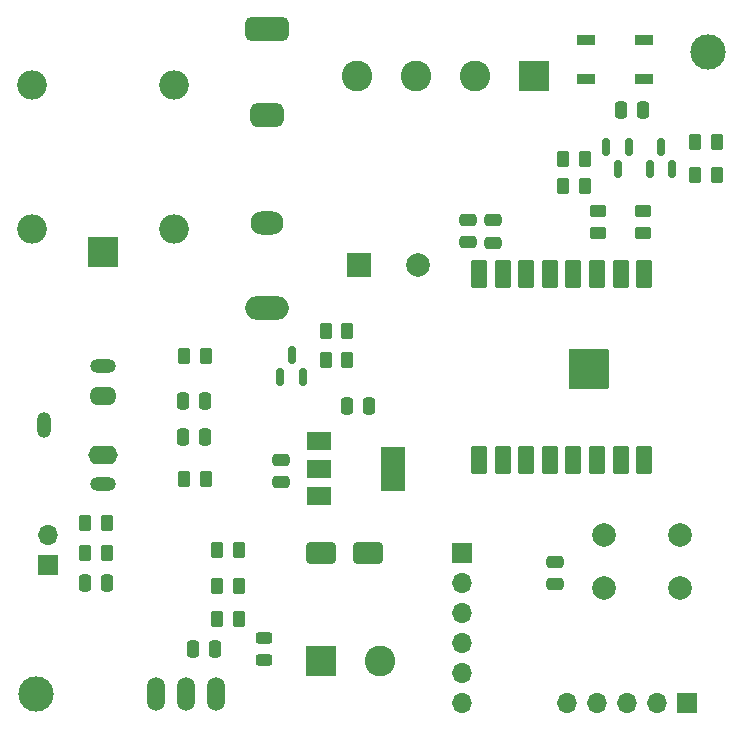
<source format=gts>
%TF.GenerationSoftware,KiCad,Pcbnew,7.0.8-7.0.8~ubuntu20.04.1*%
%TF.CreationDate,2023-11-01T16:13:29+05:30*%
%TF.ProjectId,WLED_V0.1_panelized,574c4544-5f56-4302-9e31-5f70616e656c,rev?*%
%TF.SameCoordinates,Original*%
%TF.FileFunction,Soldermask,Top*%
%TF.FilePolarity,Negative*%
%FSLAX46Y46*%
G04 Gerber Fmt 4.6, Leading zero omitted, Abs format (unit mm)*
G04 Created by KiCad (PCBNEW 7.0.8-7.0.8~ubuntu20.04.1) date 2023-11-01 16:13:29*
%MOMM*%
%LPD*%
G01*
G04 APERTURE LIST*
G04 Aperture macros list*
%AMRoundRect*
0 Rectangle with rounded corners*
0 $1 Rounding radius*
0 $2 $3 $4 $5 $6 $7 $8 $9 X,Y pos of 4 corners*
0 Add a 4 corners polygon primitive as box body*
4,1,4,$2,$3,$4,$5,$6,$7,$8,$9,$2,$3,0*
0 Add four circle primitives for the rounded corners*
1,1,$1+$1,$2,$3*
1,1,$1+$1,$4,$5*
1,1,$1+$1,$6,$7*
1,1,$1+$1,$8,$9*
0 Add four rect primitives between the rounded corners*
20,1,$1+$1,$2,$3,$4,$5,0*
20,1,$1+$1,$4,$5,$6,$7,0*
20,1,$1+$1,$6,$7,$8,$9,0*
20,1,$1+$1,$8,$9,$2,$3,0*%
G04 Aperture macros list end*
%ADD10R,1.700000X1.700000*%
%ADD11O,1.700000X1.700000*%
%ADD12RoundRect,0.250000X-0.262500X-0.450000X0.262500X-0.450000X0.262500X0.450000X-0.262500X0.450000X0*%
%ADD13RoundRect,0.250000X0.262500X0.450000X-0.262500X0.450000X-0.262500X-0.450000X0.262500X-0.450000X0*%
%ADD14RoundRect,0.250000X0.475000X-0.250000X0.475000X0.250000X-0.475000X0.250000X-0.475000X-0.250000X0*%
%ADD15RoundRect,0.250000X-0.250000X-0.475000X0.250000X-0.475000X0.250000X0.475000X-0.250000X0.475000X0*%
%ADD16C,3.000000*%
%ADD17R,2.000000X1.500000*%
%ADD18R,2.000000X3.800000*%
%ADD19C,2.000000*%
%ADD20O,1.524800X2.845600*%
%ADD21RoundRect,0.250000X-1.000000X-0.650000X1.000000X-0.650000X1.000000X0.650000X-1.000000X0.650000X0*%
%ADD22RoundRect,0.102000X-0.550000X1.100000X-0.550000X-1.100000X0.550000X-1.100000X0.550000X1.100000X0*%
%ADD23RoundRect,0.102000X-1.600000X1.600000X-1.600000X-1.600000X1.600000X-1.600000X1.600000X1.600000X0*%
%ADD24O,1.200000X2.200000*%
%ADD25O,2.200000X1.200000*%
%ADD26O,2.300000X1.600000*%
%ADD27O,2.500000X1.600000*%
%ADD28RoundRect,0.250000X0.250000X0.475000X-0.250000X0.475000X-0.250000X-0.475000X0.250000X-0.475000X0*%
%ADD29RoundRect,0.150000X-0.150000X0.587500X-0.150000X-0.587500X0.150000X-0.587500X0.150000X0.587500X0*%
%ADD30RoundRect,0.250000X-0.450000X0.262500X-0.450000X-0.262500X0.450000X-0.262500X0.450000X0.262500X0*%
%ADD31RoundRect,0.150000X0.150000X-0.587500X0.150000X0.587500X-0.150000X0.587500X-0.150000X-0.587500X0*%
%ADD32R,1.500000X0.900000*%
%ADD33R,2.600000X2.600000*%
%ADD34C,2.600000*%
%ADD35R,2.500000X2.500000*%
%ADD36O,2.500000X2.500000*%
%ADD37RoundRect,0.500000X-1.350000X0.500000X-1.350000X-0.500000X1.350000X-0.500000X1.350000X0.500000X0*%
%ADD38RoundRect,0.500000X-0.900000X0.500000X-0.900000X-0.500000X0.900000X-0.500000X0.900000X0.500000X0*%
%ADD39O,2.800000X2.000000*%
%ADD40O,3.700000X2.000000*%
%ADD41R,2.000000X2.000000*%
%ADD42RoundRect,0.243750X0.456250X-0.243750X0.456250X0.243750X-0.456250X0.243750X-0.456250X-0.243750X0*%
G04 APERTURE END LIST*
D10*
%TO.C,J2*%
X118314000Y-100598000D03*
D11*
X118314000Y-103138000D03*
X118314000Y-105678000D03*
X118314000Y-108218000D03*
X118314000Y-110758000D03*
X118314000Y-113298000D03*
%TD*%
D10*
%TO.C,MK1*%
X83262000Y-101614000D03*
D11*
X83262000Y-99074000D03*
%TD*%
D12*
%TO.C,R5*%
X138079000Y-65800000D03*
X139904000Y-65800000D03*
%TD*%
%TO.C,R14*%
X97589500Y-103392000D03*
X99414500Y-103392000D03*
%TD*%
D13*
%TO.C,R4*%
X128728000Y-67310000D03*
X126903000Y-67310000D03*
%TD*%
D14*
%TO.C,C6*%
X126188000Y-103260000D03*
X126188000Y-101360000D03*
%TD*%
D15*
%TO.C,C10*%
X131752000Y-63132000D03*
X133652000Y-63132000D03*
%TD*%
D16*
%TO.C,H1*%
X139142000Y-58180000D03*
%TD*%
D13*
%TO.C,R13*%
X99414500Y-100344000D03*
X97589500Y-100344000D03*
%TD*%
D17*
%TO.C,U2*%
X106172000Y-91186000D03*
X106172000Y-93486000D03*
D18*
X112472000Y-93486000D03*
D17*
X106172000Y-95786000D03*
%TD*%
D12*
%TO.C,R8*%
X106771000Y-84263500D03*
X108596000Y-84263500D03*
%TD*%
D19*
%TO.C,SW2*%
X130304000Y-99110000D03*
X136804000Y-99110000D03*
X130304000Y-103610000D03*
X136804000Y-103610000D03*
%TD*%
D20*
%TO.C,U3*%
X94946000Y-112536000D03*
X92446000Y-112536000D03*
X97446000Y-112536000D03*
%TD*%
D21*
%TO.C,D1*%
X106376000Y-100598000D03*
X110376000Y-100598000D03*
%TD*%
D10*
%TO.C,J5*%
X137364000Y-113298000D03*
D11*
X134824000Y-113298000D03*
X132284000Y-113298000D03*
X129744000Y-113298000D03*
X127204000Y-113298000D03*
%TD*%
D12*
%TO.C,R3*%
X138079000Y-68594000D03*
X139904000Y-68594000D03*
%TD*%
D22*
%TO.C,U1*%
X133744000Y-76976000D03*
X131744000Y-76976000D03*
X129744000Y-76976000D03*
X127744000Y-76976000D03*
X125744000Y-76976000D03*
X123744000Y-76976000D03*
X121744000Y-76976000D03*
X119744000Y-76976000D03*
X119744000Y-92776000D03*
X121744000Y-92776000D03*
X123744000Y-92776000D03*
X125744000Y-92776000D03*
X127744000Y-92776000D03*
X129744000Y-92776000D03*
X131744000Y-92776000D03*
X133744000Y-92776000D03*
D23*
X129044000Y-85076000D03*
%TD*%
D24*
%TO.C,J6*%
X82943000Y-89803000D03*
D25*
X87943000Y-84803000D03*
D26*
X87943000Y-87303000D03*
D25*
X87943000Y-94803000D03*
D27*
X87943000Y-92303000D03*
%TD*%
D14*
%TO.C,C1*%
X102972000Y-94624000D03*
X102972000Y-92724000D03*
%TD*%
D28*
%TO.C,C8*%
X96574000Y-90808000D03*
X94674000Y-90808000D03*
%TD*%
D14*
%TO.C,C4*%
X120981000Y-74365000D03*
X120981000Y-72465000D03*
%TD*%
D29*
%TO.C,Q2*%
X132448500Y-66259500D03*
X130548500Y-66259500D03*
X131498500Y-68134500D03*
%TD*%
D30*
%TO.C,R2*%
X129806000Y-71717500D03*
X129806000Y-73542500D03*
%TD*%
D13*
%TO.C,R6*%
X128728000Y-69596000D03*
X126903000Y-69596000D03*
%TD*%
D31*
%TO.C,Q3*%
X102936000Y-85773500D03*
X104836000Y-85773500D03*
X103886000Y-83898500D03*
%TD*%
D28*
%TO.C,C11*%
X97420000Y-108726000D03*
X95520000Y-108726000D03*
%TD*%
D16*
%TO.C,H2*%
X82246000Y-112536000D03*
%TD*%
D28*
%TO.C,C7*%
X88276000Y-103133000D03*
X86376000Y-103133000D03*
%TD*%
D31*
%TO.C,Q1*%
X134231500Y-68134500D03*
X136131500Y-68134500D03*
X135181500Y-66259500D03*
%TD*%
D13*
%TO.C,R15*%
X99414500Y-106186000D03*
X97589500Y-106186000D03*
%TD*%
%TO.C,R9*%
X96602500Y-83988000D03*
X94777500Y-83988000D03*
%TD*%
%TO.C,R12*%
X88238500Y-100593000D03*
X86413500Y-100593000D03*
%TD*%
D32*
%TO.C,D2*%
X128818000Y-57164000D03*
X128818000Y-60464000D03*
X133718000Y-60464000D03*
X133718000Y-57164000D03*
%TD*%
D13*
%TO.C,R7*%
X108596000Y-81802000D03*
X106771000Y-81802000D03*
%TD*%
%TO.C,R10*%
X96602500Y-94402000D03*
X94777500Y-94402000D03*
%TD*%
D28*
%TO.C,C9*%
X96574000Y-87798000D03*
X94674000Y-87798000D03*
%TD*%
D14*
%TO.C,C3*%
X118822000Y-74304000D03*
X118822000Y-72404000D03*
%TD*%
D33*
%TO.C,J3*%
X124447000Y-60211000D03*
D34*
X119447000Y-60211000D03*
X114447000Y-60211000D03*
X109447000Y-60211000D03*
%TD*%
D30*
%TO.C,R1*%
X133616000Y-71717500D03*
X133616000Y-73542500D03*
%TD*%
D35*
%TO.C,K1*%
X87948000Y-75189500D03*
D36*
X93948000Y-73189500D03*
X93948000Y-60989500D03*
X81948000Y-60989500D03*
X81948000Y-73189500D03*
%TD*%
D28*
%TO.C,C2*%
X110460000Y-88152000D03*
X108560000Y-88152000D03*
%TD*%
D33*
%TO.C,J4*%
X106405000Y-109742000D03*
D34*
X111405000Y-109742000D03*
%TD*%
D37*
%TO.C,F2*%
X101804000Y-56308000D03*
D38*
X101804000Y-63578000D03*
D39*
X101804000Y-72658000D03*
D40*
X101804000Y-79928000D03*
%TD*%
D41*
%TO.C,C5*%
X109596323Y-76214000D03*
D19*
X114596323Y-76214000D03*
%TD*%
D12*
%TO.C,R11*%
X86413500Y-98053000D03*
X88238500Y-98053000D03*
%TD*%
D42*
%TO.C,F1*%
X101550000Y-109663500D03*
X101550000Y-107788500D03*
%TD*%
M02*

</source>
